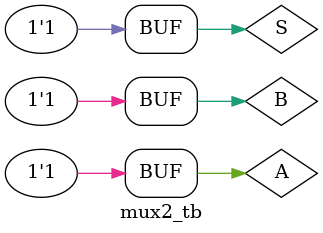
<source format=v>
`timescale 1ns/1ns
`include "mux2-1.v"

module mux2_tb;

    reg A, B, S;
    wire O;

    mux2 MUX2(A, B, S, O);

    initial
    begin

        $dumpfile("wave.vcd");
        $dumpvars(0, mux2_tb);

        A = 0; B = 0; S = 0; #10;
        A = 0; B = 0; S = 1; #10;
        A = 0; B = 1; S = 0; #10;
        A = 0; B = 1; S = 1; #10;
        A = 1; B = 0; S = 0; #10;
        A = 1; B = 0; S = 1; #10;
        A = 1; B = 1; S = 0; #10;
        A = 1; B = 1; S = 1; #10;
        

        
        
    end

endmodule
</source>
